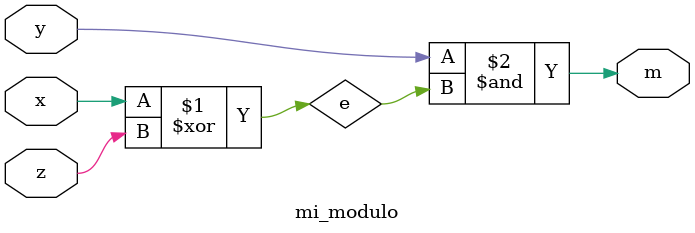
<source format=sv>
`timescale 1ns/100ps

module mi_modulo(
  input x,
  input y,
  input z,
  output m);
    wire e;
  	xor x1(e,x,z);
  	and a1(m,y,e);
endmodule

</source>
